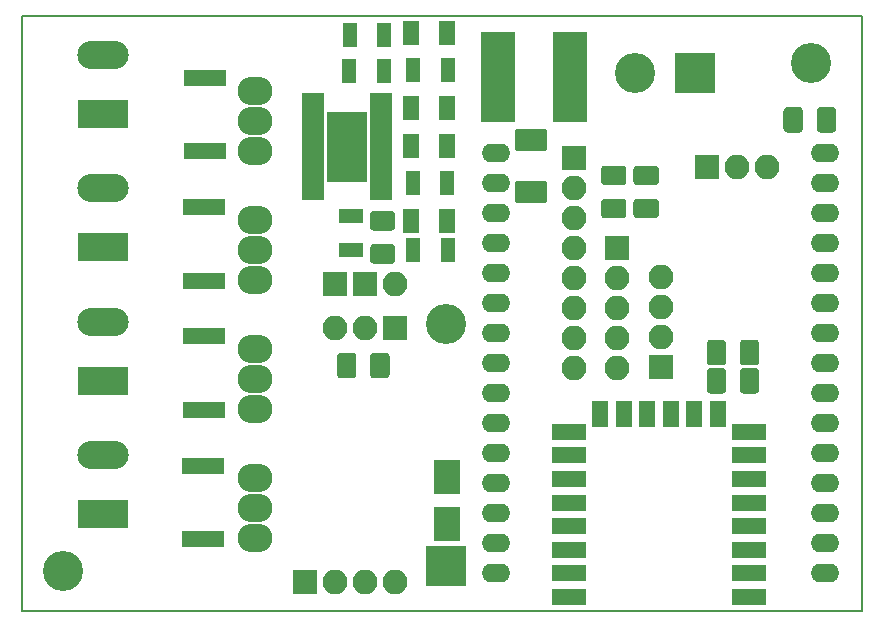
<source format=gbr>
%TF.GenerationSoftware,KiCad,Pcbnew,5.1.5-52549c5~84~ubuntu18.04.1*%
%TF.CreationDate,2020-07-26T00:26:10-03:00*%
%TF.ProjectId,Placa tesis,506c6163-6120-4746-9573-69732e6b6963,rev?*%
%TF.SameCoordinates,Original*%
%TF.FileFunction,Soldermask,Top*%
%TF.FilePolarity,Negative*%
%FSLAX46Y46*%
G04 Gerber Fmt 4.6, Leading zero omitted, Abs format (unit mm)*
G04 Created by KiCad (PCBNEW 5.1.5-52549c5~84~ubuntu18.04.1) date 2020-07-26 00:26:10*
%MOMM*%
%LPD*%
G04 APERTURE LIST*
%TA.AperFunction,Profile*%
%ADD10C,0.150000*%
%TD*%
%ADD11R,2.850000X7.590000*%
%ADD12R,2.100000X2.100000*%
%ADD13O,2.100000X2.100000*%
%ADD14C,0.100000*%
%ADD15R,4.360000X2.380000*%
%ADD16O,4.360000X2.380000*%
%ADD17C,3.400000*%
%ADD18O,2.940000X2.432000*%
%ADD19O,2.400000X1.600000*%
%ADD20R,2.900000X1.400000*%
%ADD21R,1.400000X2.200000*%
%ADD22R,3.397200X5.911800*%
%ADD23R,1.822400X0.755600*%
%ADD24R,1.400000X2.000000*%
%ADD25R,1.300000X2.100000*%
%ADD26R,3.600000X1.400000*%
%ADD27R,2.100000X1.300000*%
%ADD28R,3.400000X3.400000*%
%ADD29R,2.200000X2.900000*%
G04 APERTURE END LIST*
D10*
X82800000Y-91800000D02*
X153900000Y-91800000D01*
X153900000Y-41400000D02*
X153900000Y-91800000D01*
X82800000Y-41400000D02*
X82800000Y-91800000D01*
X82800000Y-41400000D02*
X153900000Y-41400000D01*
D11*
%TO.C,R12*%
X129200000Y-46600000D03*
X123100000Y-46600000D03*
%TD*%
D12*
%TO.C,J4*%
X114380000Y-67800000D03*
D13*
X111840000Y-67800000D03*
X109300000Y-67800000D03*
%TD*%
D14*
%TO.C,R26*%
G36*
X110827346Y-69926589D02*
G01*
X110859380Y-69931341D01*
X110890794Y-69939210D01*
X110921286Y-69950120D01*
X110950561Y-69963966D01*
X110978338Y-69980615D01*
X111004350Y-69999907D01*
X111028345Y-70021655D01*
X111050093Y-70045650D01*
X111069385Y-70071662D01*
X111086034Y-70099439D01*
X111099880Y-70128714D01*
X111110790Y-70159206D01*
X111118659Y-70190620D01*
X111123411Y-70222654D01*
X111125000Y-70255000D01*
X111125000Y-71745000D01*
X111123411Y-71777346D01*
X111118659Y-71809380D01*
X111110790Y-71840794D01*
X111099880Y-71871286D01*
X111086034Y-71900561D01*
X111069385Y-71928338D01*
X111050093Y-71954350D01*
X111028345Y-71978345D01*
X111004350Y-72000093D01*
X110978338Y-72019385D01*
X110950561Y-72036034D01*
X110921286Y-72049880D01*
X110890794Y-72060790D01*
X110859380Y-72068659D01*
X110827346Y-72073411D01*
X110795000Y-72075000D01*
X109805000Y-72075000D01*
X109772654Y-72073411D01*
X109740620Y-72068659D01*
X109709206Y-72060790D01*
X109678714Y-72049880D01*
X109649439Y-72036034D01*
X109621662Y-72019385D01*
X109595650Y-72000093D01*
X109571655Y-71978345D01*
X109549907Y-71954350D01*
X109530615Y-71928338D01*
X109513966Y-71900561D01*
X109500120Y-71871286D01*
X109489210Y-71840794D01*
X109481341Y-71809380D01*
X109476589Y-71777346D01*
X109475000Y-71745000D01*
X109475000Y-70255000D01*
X109476589Y-70222654D01*
X109481341Y-70190620D01*
X109489210Y-70159206D01*
X109500120Y-70128714D01*
X109513966Y-70099439D01*
X109530615Y-70071662D01*
X109549907Y-70045650D01*
X109571655Y-70021655D01*
X109595650Y-69999907D01*
X109621662Y-69980615D01*
X109649439Y-69963966D01*
X109678714Y-69950120D01*
X109709206Y-69939210D01*
X109740620Y-69931341D01*
X109772654Y-69926589D01*
X109805000Y-69925000D01*
X110795000Y-69925000D01*
X110827346Y-69926589D01*
G37*
G36*
X113627346Y-69926589D02*
G01*
X113659380Y-69931341D01*
X113690794Y-69939210D01*
X113721286Y-69950120D01*
X113750561Y-69963966D01*
X113778338Y-69980615D01*
X113804350Y-69999907D01*
X113828345Y-70021655D01*
X113850093Y-70045650D01*
X113869385Y-70071662D01*
X113886034Y-70099439D01*
X113899880Y-70128714D01*
X113910790Y-70159206D01*
X113918659Y-70190620D01*
X113923411Y-70222654D01*
X113925000Y-70255000D01*
X113925000Y-71745000D01*
X113923411Y-71777346D01*
X113918659Y-71809380D01*
X113910790Y-71840794D01*
X113899880Y-71871286D01*
X113886034Y-71900561D01*
X113869385Y-71928338D01*
X113850093Y-71954350D01*
X113828345Y-71978345D01*
X113804350Y-72000093D01*
X113778338Y-72019385D01*
X113750561Y-72036034D01*
X113721286Y-72049880D01*
X113690794Y-72060790D01*
X113659380Y-72068659D01*
X113627346Y-72073411D01*
X113595000Y-72075000D01*
X112605000Y-72075000D01*
X112572654Y-72073411D01*
X112540620Y-72068659D01*
X112509206Y-72060790D01*
X112478714Y-72049880D01*
X112449439Y-72036034D01*
X112421662Y-72019385D01*
X112395650Y-72000093D01*
X112371655Y-71978345D01*
X112349907Y-71954350D01*
X112330615Y-71928338D01*
X112313966Y-71900561D01*
X112300120Y-71871286D01*
X112289210Y-71840794D01*
X112281341Y-71809380D01*
X112276589Y-71777346D01*
X112275000Y-71745000D01*
X112275000Y-70255000D01*
X112276589Y-70222654D01*
X112281341Y-70190620D01*
X112289210Y-70159206D01*
X112300120Y-70128714D01*
X112313966Y-70099439D01*
X112330615Y-70071662D01*
X112349907Y-70045650D01*
X112371655Y-70021655D01*
X112395650Y-69999907D01*
X112421662Y-69980615D01*
X112449439Y-69963966D01*
X112478714Y-69950120D01*
X112509206Y-69939210D01*
X112540620Y-69931341D01*
X112572654Y-69926589D01*
X112605000Y-69925000D01*
X113595000Y-69925000D01*
X113627346Y-69926589D01*
G37*
%TD*%
D15*
%TO.C,D4*%
X89651000Y-49700000D03*
D16*
X89651000Y-44700000D03*
%TD*%
D17*
%TO.C,REF\002A\002A*%
X86300000Y-88400000D03*
%TD*%
D14*
%TO.C,R15*%
G36*
X148627346Y-49126589D02*
G01*
X148659380Y-49131341D01*
X148690794Y-49139210D01*
X148721286Y-49150120D01*
X148750561Y-49163966D01*
X148778338Y-49180615D01*
X148804350Y-49199907D01*
X148828345Y-49221655D01*
X148850093Y-49245650D01*
X148869385Y-49271662D01*
X148886034Y-49299439D01*
X148899880Y-49328714D01*
X148910790Y-49359206D01*
X148918659Y-49390620D01*
X148923411Y-49422654D01*
X148925000Y-49455000D01*
X148925000Y-50945000D01*
X148923411Y-50977346D01*
X148918659Y-51009380D01*
X148910790Y-51040794D01*
X148899880Y-51071286D01*
X148886034Y-51100561D01*
X148869385Y-51128338D01*
X148850093Y-51154350D01*
X148828345Y-51178345D01*
X148804350Y-51200093D01*
X148778338Y-51219385D01*
X148750561Y-51236034D01*
X148721286Y-51249880D01*
X148690794Y-51260790D01*
X148659380Y-51268659D01*
X148627346Y-51273411D01*
X148595000Y-51275000D01*
X147605000Y-51275000D01*
X147572654Y-51273411D01*
X147540620Y-51268659D01*
X147509206Y-51260790D01*
X147478714Y-51249880D01*
X147449439Y-51236034D01*
X147421662Y-51219385D01*
X147395650Y-51200093D01*
X147371655Y-51178345D01*
X147349907Y-51154350D01*
X147330615Y-51128338D01*
X147313966Y-51100561D01*
X147300120Y-51071286D01*
X147289210Y-51040794D01*
X147281341Y-51009380D01*
X147276589Y-50977346D01*
X147275000Y-50945000D01*
X147275000Y-49455000D01*
X147276589Y-49422654D01*
X147281341Y-49390620D01*
X147289210Y-49359206D01*
X147300120Y-49328714D01*
X147313966Y-49299439D01*
X147330615Y-49271662D01*
X147349907Y-49245650D01*
X147371655Y-49221655D01*
X147395650Y-49199907D01*
X147421662Y-49180615D01*
X147449439Y-49163966D01*
X147478714Y-49150120D01*
X147509206Y-49139210D01*
X147540620Y-49131341D01*
X147572654Y-49126589D01*
X147605000Y-49125000D01*
X148595000Y-49125000D01*
X148627346Y-49126589D01*
G37*
G36*
X151427346Y-49126589D02*
G01*
X151459380Y-49131341D01*
X151490794Y-49139210D01*
X151521286Y-49150120D01*
X151550561Y-49163966D01*
X151578338Y-49180615D01*
X151604350Y-49199907D01*
X151628345Y-49221655D01*
X151650093Y-49245650D01*
X151669385Y-49271662D01*
X151686034Y-49299439D01*
X151699880Y-49328714D01*
X151710790Y-49359206D01*
X151718659Y-49390620D01*
X151723411Y-49422654D01*
X151725000Y-49455000D01*
X151725000Y-50945000D01*
X151723411Y-50977346D01*
X151718659Y-51009380D01*
X151710790Y-51040794D01*
X151699880Y-51071286D01*
X151686034Y-51100561D01*
X151669385Y-51128338D01*
X151650093Y-51154350D01*
X151628345Y-51178345D01*
X151604350Y-51200093D01*
X151578338Y-51219385D01*
X151550561Y-51236034D01*
X151521286Y-51249880D01*
X151490794Y-51260790D01*
X151459380Y-51268659D01*
X151427346Y-51273411D01*
X151395000Y-51275000D01*
X150405000Y-51275000D01*
X150372654Y-51273411D01*
X150340620Y-51268659D01*
X150309206Y-51260790D01*
X150278714Y-51249880D01*
X150249439Y-51236034D01*
X150221662Y-51219385D01*
X150195650Y-51200093D01*
X150171655Y-51178345D01*
X150149907Y-51154350D01*
X150130615Y-51128338D01*
X150113966Y-51100561D01*
X150100120Y-51071286D01*
X150089210Y-51040794D01*
X150081341Y-51009380D01*
X150076589Y-50977346D01*
X150075000Y-50945000D01*
X150075000Y-49455000D01*
X150076589Y-49422654D01*
X150081341Y-49390620D01*
X150089210Y-49359206D01*
X150100120Y-49328714D01*
X150113966Y-49299439D01*
X150130615Y-49271662D01*
X150149907Y-49245650D01*
X150171655Y-49221655D01*
X150195650Y-49199907D01*
X150221662Y-49180615D01*
X150249439Y-49163966D01*
X150278714Y-49150120D01*
X150309206Y-49139210D01*
X150340620Y-49131341D01*
X150372654Y-49126589D01*
X150405000Y-49125000D01*
X151395000Y-49125000D01*
X151427346Y-49126589D01*
G37*
%TD*%
D12*
%TO.C,J13*%
X133200000Y-61020000D03*
D13*
X133200000Y-63560000D03*
X133200000Y-66100000D03*
X133200000Y-68640000D03*
X133200000Y-71180000D03*
%TD*%
D14*
%TO.C,U3*%
G36*
X125092153Y-55375843D02*
G01*
X125109141Y-55378363D01*
X125125800Y-55382535D01*
X125141970Y-55388321D01*
X125157494Y-55395664D01*
X125172225Y-55404493D01*
X125186019Y-55414723D01*
X125198744Y-55426256D01*
X125210277Y-55438981D01*
X125220507Y-55452775D01*
X125229336Y-55467506D01*
X125236679Y-55483030D01*
X125242465Y-55499200D01*
X125246637Y-55515859D01*
X125249157Y-55532847D01*
X125250000Y-55550000D01*
X125250000Y-57050000D01*
X125249157Y-57067153D01*
X125246637Y-57084141D01*
X125242465Y-57100800D01*
X125236679Y-57116970D01*
X125229336Y-57132494D01*
X125220507Y-57147225D01*
X125210277Y-57161019D01*
X125198744Y-57173744D01*
X125186019Y-57185277D01*
X125172225Y-57195507D01*
X125157494Y-57204336D01*
X125141970Y-57211679D01*
X125125800Y-57217465D01*
X125109141Y-57221637D01*
X125092153Y-57224157D01*
X125075000Y-57225000D01*
X124725000Y-57225000D01*
X124707847Y-57224157D01*
X124690859Y-57221637D01*
X124674200Y-57217465D01*
X124658030Y-57211679D01*
X124642506Y-57204336D01*
X124627775Y-57195507D01*
X124613981Y-57185277D01*
X124601256Y-57173744D01*
X124589723Y-57161019D01*
X124579493Y-57147225D01*
X124570664Y-57132494D01*
X124563321Y-57116970D01*
X124557535Y-57100800D01*
X124553363Y-57084141D01*
X124550843Y-57067153D01*
X124550000Y-57050000D01*
X124550000Y-55550000D01*
X124550843Y-55532847D01*
X124553363Y-55515859D01*
X124557535Y-55499200D01*
X124563321Y-55483030D01*
X124570664Y-55467506D01*
X124579493Y-55452775D01*
X124589723Y-55438981D01*
X124601256Y-55426256D01*
X124613981Y-55414723D01*
X124627775Y-55404493D01*
X124642506Y-55395664D01*
X124658030Y-55388321D01*
X124674200Y-55382535D01*
X124690859Y-55378363D01*
X124707847Y-55375843D01*
X124725000Y-55375000D01*
X125075000Y-55375000D01*
X125092153Y-55375843D01*
G37*
G36*
X125592153Y-55375843D02*
G01*
X125609141Y-55378363D01*
X125625800Y-55382535D01*
X125641970Y-55388321D01*
X125657494Y-55395664D01*
X125672225Y-55404493D01*
X125686019Y-55414723D01*
X125698744Y-55426256D01*
X125710277Y-55438981D01*
X125720507Y-55452775D01*
X125729336Y-55467506D01*
X125736679Y-55483030D01*
X125742465Y-55499200D01*
X125746637Y-55515859D01*
X125749157Y-55532847D01*
X125750000Y-55550000D01*
X125750000Y-57050000D01*
X125749157Y-57067153D01*
X125746637Y-57084141D01*
X125742465Y-57100800D01*
X125736679Y-57116970D01*
X125729336Y-57132494D01*
X125720507Y-57147225D01*
X125710277Y-57161019D01*
X125698744Y-57173744D01*
X125686019Y-57185277D01*
X125672225Y-57195507D01*
X125657494Y-57204336D01*
X125641970Y-57211679D01*
X125625800Y-57217465D01*
X125609141Y-57221637D01*
X125592153Y-57224157D01*
X125575000Y-57225000D01*
X125225000Y-57225000D01*
X125207847Y-57224157D01*
X125190859Y-57221637D01*
X125174200Y-57217465D01*
X125158030Y-57211679D01*
X125142506Y-57204336D01*
X125127775Y-57195507D01*
X125113981Y-57185277D01*
X125101256Y-57173744D01*
X125089723Y-57161019D01*
X125079493Y-57147225D01*
X125070664Y-57132494D01*
X125063321Y-57116970D01*
X125057535Y-57100800D01*
X125053363Y-57084141D01*
X125050843Y-57067153D01*
X125050000Y-57050000D01*
X125050000Y-55550000D01*
X125050843Y-55532847D01*
X125053363Y-55515859D01*
X125057535Y-55499200D01*
X125063321Y-55483030D01*
X125070664Y-55467506D01*
X125079493Y-55452775D01*
X125089723Y-55438981D01*
X125101256Y-55426256D01*
X125113981Y-55414723D01*
X125127775Y-55404493D01*
X125142506Y-55395664D01*
X125158030Y-55388321D01*
X125174200Y-55382535D01*
X125190859Y-55378363D01*
X125207847Y-55375843D01*
X125225000Y-55375000D01*
X125575000Y-55375000D01*
X125592153Y-55375843D01*
G37*
G36*
X126092153Y-55375843D02*
G01*
X126109141Y-55378363D01*
X126125800Y-55382535D01*
X126141970Y-55388321D01*
X126157494Y-55395664D01*
X126172225Y-55404493D01*
X126186019Y-55414723D01*
X126198744Y-55426256D01*
X126210277Y-55438981D01*
X126220507Y-55452775D01*
X126229336Y-55467506D01*
X126236679Y-55483030D01*
X126242465Y-55499200D01*
X126246637Y-55515859D01*
X126249157Y-55532847D01*
X126250000Y-55550000D01*
X126250000Y-57050000D01*
X126249157Y-57067153D01*
X126246637Y-57084141D01*
X126242465Y-57100800D01*
X126236679Y-57116970D01*
X126229336Y-57132494D01*
X126220507Y-57147225D01*
X126210277Y-57161019D01*
X126198744Y-57173744D01*
X126186019Y-57185277D01*
X126172225Y-57195507D01*
X126157494Y-57204336D01*
X126141970Y-57211679D01*
X126125800Y-57217465D01*
X126109141Y-57221637D01*
X126092153Y-57224157D01*
X126075000Y-57225000D01*
X125725000Y-57225000D01*
X125707847Y-57224157D01*
X125690859Y-57221637D01*
X125674200Y-57217465D01*
X125658030Y-57211679D01*
X125642506Y-57204336D01*
X125627775Y-57195507D01*
X125613981Y-57185277D01*
X125601256Y-57173744D01*
X125589723Y-57161019D01*
X125579493Y-57147225D01*
X125570664Y-57132494D01*
X125563321Y-57116970D01*
X125557535Y-57100800D01*
X125553363Y-57084141D01*
X125550843Y-57067153D01*
X125550000Y-57050000D01*
X125550000Y-55550000D01*
X125550843Y-55532847D01*
X125553363Y-55515859D01*
X125557535Y-55499200D01*
X125563321Y-55483030D01*
X125570664Y-55467506D01*
X125579493Y-55452775D01*
X125589723Y-55438981D01*
X125601256Y-55426256D01*
X125613981Y-55414723D01*
X125627775Y-55404493D01*
X125642506Y-55395664D01*
X125658030Y-55388321D01*
X125674200Y-55382535D01*
X125690859Y-55378363D01*
X125707847Y-55375843D01*
X125725000Y-55375000D01*
X126075000Y-55375000D01*
X126092153Y-55375843D01*
G37*
G36*
X126592153Y-55375843D02*
G01*
X126609141Y-55378363D01*
X126625800Y-55382535D01*
X126641970Y-55388321D01*
X126657494Y-55395664D01*
X126672225Y-55404493D01*
X126686019Y-55414723D01*
X126698744Y-55426256D01*
X126710277Y-55438981D01*
X126720507Y-55452775D01*
X126729336Y-55467506D01*
X126736679Y-55483030D01*
X126742465Y-55499200D01*
X126746637Y-55515859D01*
X126749157Y-55532847D01*
X126750000Y-55550000D01*
X126750000Y-57050000D01*
X126749157Y-57067153D01*
X126746637Y-57084141D01*
X126742465Y-57100800D01*
X126736679Y-57116970D01*
X126729336Y-57132494D01*
X126720507Y-57147225D01*
X126710277Y-57161019D01*
X126698744Y-57173744D01*
X126686019Y-57185277D01*
X126672225Y-57195507D01*
X126657494Y-57204336D01*
X126641970Y-57211679D01*
X126625800Y-57217465D01*
X126609141Y-57221637D01*
X126592153Y-57224157D01*
X126575000Y-57225000D01*
X126225000Y-57225000D01*
X126207847Y-57224157D01*
X126190859Y-57221637D01*
X126174200Y-57217465D01*
X126158030Y-57211679D01*
X126142506Y-57204336D01*
X126127775Y-57195507D01*
X126113981Y-57185277D01*
X126101256Y-57173744D01*
X126089723Y-57161019D01*
X126079493Y-57147225D01*
X126070664Y-57132494D01*
X126063321Y-57116970D01*
X126057535Y-57100800D01*
X126053363Y-57084141D01*
X126050843Y-57067153D01*
X126050000Y-57050000D01*
X126050000Y-55550000D01*
X126050843Y-55532847D01*
X126053363Y-55515859D01*
X126057535Y-55499200D01*
X126063321Y-55483030D01*
X126070664Y-55467506D01*
X126079493Y-55452775D01*
X126089723Y-55438981D01*
X126101256Y-55426256D01*
X126113981Y-55414723D01*
X126127775Y-55404493D01*
X126142506Y-55395664D01*
X126158030Y-55388321D01*
X126174200Y-55382535D01*
X126190859Y-55378363D01*
X126207847Y-55375843D01*
X126225000Y-55375000D01*
X126575000Y-55375000D01*
X126592153Y-55375843D01*
G37*
G36*
X127092153Y-55375843D02*
G01*
X127109141Y-55378363D01*
X127125800Y-55382535D01*
X127141970Y-55388321D01*
X127157494Y-55395664D01*
X127172225Y-55404493D01*
X127186019Y-55414723D01*
X127198744Y-55426256D01*
X127210277Y-55438981D01*
X127220507Y-55452775D01*
X127229336Y-55467506D01*
X127236679Y-55483030D01*
X127242465Y-55499200D01*
X127246637Y-55515859D01*
X127249157Y-55532847D01*
X127250000Y-55550000D01*
X127250000Y-57050000D01*
X127249157Y-57067153D01*
X127246637Y-57084141D01*
X127242465Y-57100800D01*
X127236679Y-57116970D01*
X127229336Y-57132494D01*
X127220507Y-57147225D01*
X127210277Y-57161019D01*
X127198744Y-57173744D01*
X127186019Y-57185277D01*
X127172225Y-57195507D01*
X127157494Y-57204336D01*
X127141970Y-57211679D01*
X127125800Y-57217465D01*
X127109141Y-57221637D01*
X127092153Y-57224157D01*
X127075000Y-57225000D01*
X126725000Y-57225000D01*
X126707847Y-57224157D01*
X126690859Y-57221637D01*
X126674200Y-57217465D01*
X126658030Y-57211679D01*
X126642506Y-57204336D01*
X126627775Y-57195507D01*
X126613981Y-57185277D01*
X126601256Y-57173744D01*
X126589723Y-57161019D01*
X126579493Y-57147225D01*
X126570664Y-57132494D01*
X126563321Y-57116970D01*
X126557535Y-57100800D01*
X126553363Y-57084141D01*
X126550843Y-57067153D01*
X126550000Y-57050000D01*
X126550000Y-55550000D01*
X126550843Y-55532847D01*
X126553363Y-55515859D01*
X126557535Y-55499200D01*
X126563321Y-55483030D01*
X126570664Y-55467506D01*
X126579493Y-55452775D01*
X126589723Y-55438981D01*
X126601256Y-55426256D01*
X126613981Y-55414723D01*
X126627775Y-55404493D01*
X126642506Y-55395664D01*
X126658030Y-55388321D01*
X126674200Y-55382535D01*
X126690859Y-55378363D01*
X126707847Y-55375843D01*
X126725000Y-55375000D01*
X127075000Y-55375000D01*
X127092153Y-55375843D01*
G37*
G36*
X127092153Y-50975843D02*
G01*
X127109141Y-50978363D01*
X127125800Y-50982535D01*
X127141970Y-50988321D01*
X127157494Y-50995664D01*
X127172225Y-51004493D01*
X127186019Y-51014723D01*
X127198744Y-51026256D01*
X127210277Y-51038981D01*
X127220507Y-51052775D01*
X127229336Y-51067506D01*
X127236679Y-51083030D01*
X127242465Y-51099200D01*
X127246637Y-51115859D01*
X127249157Y-51132847D01*
X127250000Y-51150000D01*
X127250000Y-52650000D01*
X127249157Y-52667153D01*
X127246637Y-52684141D01*
X127242465Y-52700800D01*
X127236679Y-52716970D01*
X127229336Y-52732494D01*
X127220507Y-52747225D01*
X127210277Y-52761019D01*
X127198744Y-52773744D01*
X127186019Y-52785277D01*
X127172225Y-52795507D01*
X127157494Y-52804336D01*
X127141970Y-52811679D01*
X127125800Y-52817465D01*
X127109141Y-52821637D01*
X127092153Y-52824157D01*
X127075000Y-52825000D01*
X126725000Y-52825000D01*
X126707847Y-52824157D01*
X126690859Y-52821637D01*
X126674200Y-52817465D01*
X126658030Y-52811679D01*
X126642506Y-52804336D01*
X126627775Y-52795507D01*
X126613981Y-52785277D01*
X126601256Y-52773744D01*
X126589723Y-52761019D01*
X126579493Y-52747225D01*
X126570664Y-52732494D01*
X126563321Y-52716970D01*
X126557535Y-52700800D01*
X126553363Y-52684141D01*
X126550843Y-52667153D01*
X126550000Y-52650000D01*
X126550000Y-51150000D01*
X126550843Y-51132847D01*
X126553363Y-51115859D01*
X126557535Y-51099200D01*
X126563321Y-51083030D01*
X126570664Y-51067506D01*
X126579493Y-51052775D01*
X126589723Y-51038981D01*
X126601256Y-51026256D01*
X126613981Y-51014723D01*
X126627775Y-51004493D01*
X126642506Y-50995664D01*
X126658030Y-50988321D01*
X126674200Y-50982535D01*
X126690859Y-50978363D01*
X126707847Y-50975843D01*
X126725000Y-50975000D01*
X127075000Y-50975000D01*
X127092153Y-50975843D01*
G37*
G36*
X126592153Y-50975843D02*
G01*
X126609141Y-50978363D01*
X126625800Y-50982535D01*
X126641970Y-50988321D01*
X126657494Y-50995664D01*
X126672225Y-51004493D01*
X126686019Y-51014723D01*
X126698744Y-51026256D01*
X126710277Y-51038981D01*
X126720507Y-51052775D01*
X126729336Y-51067506D01*
X126736679Y-51083030D01*
X126742465Y-51099200D01*
X126746637Y-51115859D01*
X126749157Y-51132847D01*
X126750000Y-51150000D01*
X126750000Y-52650000D01*
X126749157Y-52667153D01*
X126746637Y-52684141D01*
X126742465Y-52700800D01*
X126736679Y-52716970D01*
X126729336Y-52732494D01*
X126720507Y-52747225D01*
X126710277Y-52761019D01*
X126698744Y-52773744D01*
X126686019Y-52785277D01*
X126672225Y-52795507D01*
X126657494Y-52804336D01*
X126641970Y-52811679D01*
X126625800Y-52817465D01*
X126609141Y-52821637D01*
X126592153Y-52824157D01*
X126575000Y-52825000D01*
X126225000Y-52825000D01*
X126207847Y-52824157D01*
X126190859Y-52821637D01*
X126174200Y-52817465D01*
X126158030Y-52811679D01*
X126142506Y-52804336D01*
X126127775Y-52795507D01*
X126113981Y-52785277D01*
X126101256Y-52773744D01*
X126089723Y-52761019D01*
X126079493Y-52747225D01*
X126070664Y-52732494D01*
X126063321Y-52716970D01*
X126057535Y-52700800D01*
X126053363Y-52684141D01*
X126050843Y-52667153D01*
X126050000Y-52650000D01*
X126050000Y-51150000D01*
X126050843Y-51132847D01*
X126053363Y-51115859D01*
X126057535Y-51099200D01*
X126063321Y-51083030D01*
X126070664Y-51067506D01*
X126079493Y-51052775D01*
X126089723Y-51038981D01*
X126101256Y-51026256D01*
X126113981Y-51014723D01*
X126127775Y-51004493D01*
X126142506Y-50995664D01*
X126158030Y-50988321D01*
X126174200Y-50982535D01*
X126190859Y-50978363D01*
X126207847Y-50975843D01*
X126225000Y-50975000D01*
X126575000Y-50975000D01*
X126592153Y-50975843D01*
G37*
G36*
X126092153Y-50975843D02*
G01*
X126109141Y-50978363D01*
X126125800Y-50982535D01*
X126141970Y-50988321D01*
X126157494Y-50995664D01*
X126172225Y-51004493D01*
X126186019Y-51014723D01*
X126198744Y-51026256D01*
X126210277Y-51038981D01*
X126220507Y-51052775D01*
X126229336Y-51067506D01*
X126236679Y-51083030D01*
X126242465Y-51099200D01*
X126246637Y-51115859D01*
X126249157Y-51132847D01*
X126250000Y-51150000D01*
X126250000Y-52650000D01*
X126249157Y-52667153D01*
X126246637Y-52684141D01*
X126242465Y-52700800D01*
X126236679Y-52716970D01*
X126229336Y-52732494D01*
X126220507Y-52747225D01*
X126210277Y-52761019D01*
X126198744Y-52773744D01*
X126186019Y-52785277D01*
X126172225Y-52795507D01*
X126157494Y-52804336D01*
X126141970Y-52811679D01*
X126125800Y-52817465D01*
X126109141Y-52821637D01*
X126092153Y-52824157D01*
X126075000Y-52825000D01*
X125725000Y-52825000D01*
X125707847Y-52824157D01*
X125690859Y-52821637D01*
X125674200Y-52817465D01*
X125658030Y-52811679D01*
X125642506Y-52804336D01*
X125627775Y-52795507D01*
X125613981Y-52785277D01*
X125601256Y-52773744D01*
X125589723Y-52761019D01*
X125579493Y-52747225D01*
X125570664Y-52732494D01*
X125563321Y-52716970D01*
X125557535Y-52700800D01*
X125553363Y-52684141D01*
X125550843Y-52667153D01*
X125550000Y-52650000D01*
X125550000Y-51150000D01*
X125550843Y-51132847D01*
X125553363Y-51115859D01*
X125557535Y-51099200D01*
X125563321Y-51083030D01*
X125570664Y-51067506D01*
X125579493Y-51052775D01*
X125589723Y-51038981D01*
X125601256Y-51026256D01*
X125613981Y-51014723D01*
X125627775Y-51004493D01*
X125642506Y-50995664D01*
X125658030Y-50988321D01*
X125674200Y-50982535D01*
X125690859Y-50978363D01*
X125707847Y-50975843D01*
X125725000Y-50975000D01*
X126075000Y-50975000D01*
X126092153Y-50975843D01*
G37*
G36*
X125592153Y-50975843D02*
G01*
X125609141Y-50978363D01*
X125625800Y-50982535D01*
X125641970Y-50988321D01*
X125657494Y-50995664D01*
X125672225Y-51004493D01*
X125686019Y-51014723D01*
X125698744Y-51026256D01*
X125710277Y-51038981D01*
X125720507Y-51052775D01*
X125729336Y-51067506D01*
X125736679Y-51083030D01*
X125742465Y-51099200D01*
X125746637Y-51115859D01*
X125749157Y-51132847D01*
X125750000Y-51150000D01*
X125750000Y-52650000D01*
X125749157Y-52667153D01*
X125746637Y-52684141D01*
X125742465Y-52700800D01*
X125736679Y-52716970D01*
X125729336Y-52732494D01*
X125720507Y-52747225D01*
X125710277Y-52761019D01*
X125698744Y-52773744D01*
X125686019Y-52785277D01*
X125672225Y-52795507D01*
X125657494Y-52804336D01*
X125641970Y-52811679D01*
X125625800Y-52817465D01*
X125609141Y-52821637D01*
X125592153Y-52824157D01*
X125575000Y-52825000D01*
X125225000Y-52825000D01*
X125207847Y-52824157D01*
X125190859Y-52821637D01*
X125174200Y-52817465D01*
X125158030Y-52811679D01*
X125142506Y-52804336D01*
X125127775Y-52795507D01*
X125113981Y-52785277D01*
X125101256Y-52773744D01*
X125089723Y-52761019D01*
X125079493Y-52747225D01*
X125070664Y-52732494D01*
X125063321Y-52716970D01*
X125057535Y-52700800D01*
X125053363Y-52684141D01*
X125050843Y-52667153D01*
X125050000Y-52650000D01*
X125050000Y-51150000D01*
X125050843Y-51132847D01*
X125053363Y-51115859D01*
X125057535Y-51099200D01*
X125063321Y-51083030D01*
X125070664Y-51067506D01*
X125079493Y-51052775D01*
X125089723Y-51038981D01*
X125101256Y-51026256D01*
X125113981Y-51014723D01*
X125127775Y-51004493D01*
X125142506Y-50995664D01*
X125158030Y-50988321D01*
X125174200Y-50982535D01*
X125190859Y-50978363D01*
X125207847Y-50975843D01*
X125225000Y-50975000D01*
X125575000Y-50975000D01*
X125592153Y-50975843D01*
G37*
G36*
X125092153Y-50975843D02*
G01*
X125109141Y-50978363D01*
X125125800Y-50982535D01*
X125141970Y-50988321D01*
X125157494Y-50995664D01*
X125172225Y-51004493D01*
X125186019Y-51014723D01*
X125198744Y-51026256D01*
X125210277Y-51038981D01*
X125220507Y-51052775D01*
X125229336Y-51067506D01*
X125236679Y-51083030D01*
X125242465Y-51099200D01*
X125246637Y-51115859D01*
X125249157Y-51132847D01*
X125250000Y-51150000D01*
X125250000Y-52650000D01*
X125249157Y-52667153D01*
X125246637Y-52684141D01*
X125242465Y-52700800D01*
X125236679Y-52716970D01*
X125229336Y-52732494D01*
X125220507Y-52747225D01*
X125210277Y-52761019D01*
X125198744Y-52773744D01*
X125186019Y-52785277D01*
X125172225Y-52795507D01*
X125157494Y-52804336D01*
X125141970Y-52811679D01*
X125125800Y-52817465D01*
X125109141Y-52821637D01*
X125092153Y-52824157D01*
X125075000Y-52825000D01*
X124725000Y-52825000D01*
X124707847Y-52824157D01*
X124690859Y-52821637D01*
X124674200Y-52817465D01*
X124658030Y-52811679D01*
X124642506Y-52804336D01*
X124627775Y-52795507D01*
X124613981Y-52785277D01*
X124601256Y-52773744D01*
X124589723Y-52761019D01*
X124579493Y-52747225D01*
X124570664Y-52732494D01*
X124563321Y-52716970D01*
X124557535Y-52700800D01*
X124553363Y-52684141D01*
X124550843Y-52667153D01*
X124550000Y-52650000D01*
X124550000Y-51150000D01*
X124550843Y-51132847D01*
X124553363Y-51115859D01*
X124557535Y-51099200D01*
X124563321Y-51083030D01*
X124570664Y-51067506D01*
X124579493Y-51052775D01*
X124589723Y-51038981D01*
X124601256Y-51026256D01*
X124613981Y-51014723D01*
X124627775Y-51004493D01*
X124642506Y-50995664D01*
X124658030Y-50988321D01*
X124674200Y-50982535D01*
X124690859Y-50978363D01*
X124707847Y-50975843D01*
X124725000Y-50975000D01*
X125075000Y-50975000D01*
X125092153Y-50975843D01*
G37*
%TD*%
D12*
%TO.C,J14*%
X129500000Y-53400000D03*
D13*
X129500000Y-55940000D03*
X129500000Y-58480000D03*
X129500000Y-61020000D03*
X129500000Y-63560000D03*
X129500000Y-66100000D03*
X129500000Y-68640000D03*
X129500000Y-71180000D03*
%TD*%
D12*
%TO.C,J15*%
X136900000Y-71140000D03*
D13*
X136900000Y-68600000D03*
X136900000Y-66060000D03*
X136900000Y-63520000D03*
%TD*%
D18*
%TO.C,Q4*%
X102541500Y-50335500D03*
X102541500Y-52875500D03*
X102541500Y-47795500D03*
%TD*%
D19*
%TO.C,U2*%
X150811500Y-53040000D03*
X122911500Y-53040000D03*
X150811500Y-55580000D03*
X122911500Y-55580000D03*
X150811500Y-58120000D03*
X122911500Y-58120000D03*
X150811500Y-60660000D03*
X122911500Y-60660000D03*
X150811500Y-63200000D03*
X122911500Y-63200000D03*
X150811500Y-65740000D03*
X122911500Y-65740000D03*
X150811500Y-68280000D03*
X122911500Y-68280000D03*
X150811500Y-70820000D03*
X122911500Y-70820000D03*
X150811500Y-73360000D03*
X122911500Y-73360000D03*
X150811500Y-75900000D03*
X122911500Y-75900000D03*
X150811500Y-78440000D03*
X122911500Y-78440000D03*
X150811500Y-80980000D03*
X122911500Y-80980000D03*
X150811500Y-83520000D03*
X122911500Y-83520000D03*
X150811500Y-86060000D03*
X122911500Y-86060000D03*
X150811500Y-88600000D03*
X122911500Y-88600000D03*
%TD*%
D20*
%TO.C,U5*%
X129134500Y-90600000D03*
X129134500Y-88600000D03*
X129134500Y-86600000D03*
X129134500Y-84600000D03*
X129134500Y-82600000D03*
X129134500Y-80600000D03*
X129134500Y-78600000D03*
X129134500Y-76600000D03*
D21*
X131734500Y-75100000D03*
X133734500Y-75100000D03*
X135734500Y-75100000D03*
X137734500Y-75100000D03*
X139734500Y-75100000D03*
X141734500Y-75100000D03*
D20*
X144334500Y-76600000D03*
X144334500Y-78600000D03*
X144334500Y-80600000D03*
X144334500Y-82600000D03*
X144334500Y-84600000D03*
X144334500Y-86600000D03*
X144334500Y-88600000D03*
X144334500Y-90600000D03*
%TD*%
D13*
%TO.C,TH1*%
X114400000Y-64100000D03*
D12*
X111860000Y-64100000D03*
%TD*%
D13*
%TO.C,J1*%
X145865000Y-54218000D03*
X143325000Y-54218000D03*
D12*
X140785000Y-54218000D03*
%TD*%
D17*
%TO.C,REF\002A\002A*%
X149600000Y-45400000D03*
%TD*%
D12*
%TO.C,OutP*%
X109300000Y-64100000D03*
%TD*%
D16*
%TO.C,D1*%
X89651000Y-78600000D03*
D15*
X89651000Y-83600000D03*
%TD*%
D16*
%TO.C,D2*%
X89651000Y-67300000D03*
D15*
X89651000Y-72300000D03*
%TD*%
%TO.C,D3*%
X89651000Y-61000000D03*
D16*
X89651000Y-56000000D03*
%TD*%
D18*
%TO.C,Q1*%
X102541500Y-80561500D03*
X102541500Y-85641500D03*
X102541500Y-83101500D03*
%TD*%
D22*
%TO.C,U4*%
X110324500Y-52464500D03*
D23*
X107479700Y-56680900D03*
X107479700Y-56045900D03*
X107479700Y-55385500D03*
X107479700Y-54750500D03*
X107479700Y-54090100D03*
X107479700Y-53429700D03*
X107479700Y-52794700D03*
X107479700Y-52134300D03*
X107479700Y-51499300D03*
X107479700Y-50838900D03*
X107479700Y-50178500D03*
X107479700Y-49543500D03*
X107479700Y-48883100D03*
X107479700Y-48248100D03*
X113169300Y-48248100D03*
X113169300Y-48883100D03*
X113169300Y-49543500D03*
X113169300Y-50178500D03*
X113169300Y-50838900D03*
X113169300Y-51499300D03*
X113169300Y-52134300D03*
X113169300Y-52794700D03*
X113169300Y-53429700D03*
X113169300Y-54090100D03*
X113169300Y-54750500D03*
X113169300Y-55385500D03*
X113169300Y-56045900D03*
X113169300Y-56680900D03*
%TD*%
D24*
%TO.C,C1*%
X115779020Y-42834020D03*
X118779020Y-42834020D03*
%TD*%
%TO.C,C2*%
X118779020Y-49235020D03*
X115779020Y-49235020D03*
%TD*%
%TO.C,C3*%
X115779020Y-52383020D03*
X118779020Y-52383020D03*
%TD*%
%TO.C,C4*%
X118779020Y-58784020D03*
X115779020Y-58784020D03*
%TD*%
D18*
%TO.C,Q2*%
X102541500Y-72179500D03*
X102541500Y-74719500D03*
X102541500Y-69639500D03*
%TD*%
%TO.C,Q3*%
X102541500Y-58717500D03*
X102541500Y-63797500D03*
X102541500Y-61257500D03*
%TD*%
D25*
%TO.C,R1*%
X118850000Y-61250000D03*
X115950000Y-61250000D03*
%TD*%
%TO.C,R2*%
X118815720Y-55570920D03*
X115915720Y-55570920D03*
%TD*%
%TO.C,R7*%
X113415000Y-46051000D03*
X110515000Y-46051000D03*
%TD*%
%TO.C,R8*%
X115951280Y-46020520D03*
X118851280Y-46020520D03*
%TD*%
%TO.C,R9*%
X110589000Y-43003000D03*
X113489000Y-43003000D03*
%TD*%
D26*
%TO.C,R3*%
X98096500Y-85693500D03*
X98096500Y-79493500D03*
%TD*%
%TO.C,R4*%
X98213016Y-68539215D03*
X98213016Y-74739215D03*
%TD*%
%TO.C,R5*%
X98187615Y-63810079D03*
X98187615Y-57610079D03*
%TD*%
%TO.C,R6*%
X98303848Y-46663607D03*
X98303848Y-52863607D03*
%TD*%
D27*
%TO.C,R27*%
X110642000Y-58350000D03*
X110642000Y-61250000D03*
%TD*%
D17*
%TO.C,J3*%
X134720000Y-46200000D03*
D28*
X139800000Y-46200000D03*
%TD*%
D17*
%TO.C,BT1*%
X118700000Y-67510000D03*
D28*
X118700000Y-88000000D03*
%TD*%
D14*
%TO.C,C9*%
G36*
X133677346Y-56876589D02*
G01*
X133709380Y-56881341D01*
X133740794Y-56889210D01*
X133771286Y-56900120D01*
X133800561Y-56913966D01*
X133828338Y-56930615D01*
X133854350Y-56949907D01*
X133878345Y-56971655D01*
X133900093Y-56995650D01*
X133919385Y-57021662D01*
X133936034Y-57049439D01*
X133949880Y-57078714D01*
X133960790Y-57109206D01*
X133968659Y-57140620D01*
X133973411Y-57172654D01*
X133975000Y-57205000D01*
X133975000Y-58195000D01*
X133973411Y-58227346D01*
X133968659Y-58259380D01*
X133960790Y-58290794D01*
X133949880Y-58321286D01*
X133936034Y-58350561D01*
X133919385Y-58378338D01*
X133900093Y-58404350D01*
X133878345Y-58428345D01*
X133854350Y-58450093D01*
X133828338Y-58469385D01*
X133800561Y-58486034D01*
X133771286Y-58499880D01*
X133740794Y-58510790D01*
X133709380Y-58518659D01*
X133677346Y-58523411D01*
X133645000Y-58525000D01*
X132155000Y-58525000D01*
X132122654Y-58523411D01*
X132090620Y-58518659D01*
X132059206Y-58510790D01*
X132028714Y-58499880D01*
X131999439Y-58486034D01*
X131971662Y-58469385D01*
X131945650Y-58450093D01*
X131921655Y-58428345D01*
X131899907Y-58404350D01*
X131880615Y-58378338D01*
X131863966Y-58350561D01*
X131850120Y-58321286D01*
X131839210Y-58290794D01*
X131831341Y-58259380D01*
X131826589Y-58227346D01*
X131825000Y-58195000D01*
X131825000Y-57205000D01*
X131826589Y-57172654D01*
X131831341Y-57140620D01*
X131839210Y-57109206D01*
X131850120Y-57078714D01*
X131863966Y-57049439D01*
X131880615Y-57021662D01*
X131899907Y-56995650D01*
X131921655Y-56971655D01*
X131945650Y-56949907D01*
X131971662Y-56930615D01*
X131999439Y-56913966D01*
X132028714Y-56900120D01*
X132059206Y-56889210D01*
X132090620Y-56881341D01*
X132122654Y-56876589D01*
X132155000Y-56875000D01*
X133645000Y-56875000D01*
X133677346Y-56876589D01*
G37*
G36*
X133677346Y-54076589D02*
G01*
X133709380Y-54081341D01*
X133740794Y-54089210D01*
X133771286Y-54100120D01*
X133800561Y-54113966D01*
X133828338Y-54130615D01*
X133854350Y-54149907D01*
X133878345Y-54171655D01*
X133900093Y-54195650D01*
X133919385Y-54221662D01*
X133936034Y-54249439D01*
X133949880Y-54278714D01*
X133960790Y-54309206D01*
X133968659Y-54340620D01*
X133973411Y-54372654D01*
X133975000Y-54405000D01*
X133975000Y-55395000D01*
X133973411Y-55427346D01*
X133968659Y-55459380D01*
X133960790Y-55490794D01*
X133949880Y-55521286D01*
X133936034Y-55550561D01*
X133919385Y-55578338D01*
X133900093Y-55604350D01*
X133878345Y-55628345D01*
X133854350Y-55650093D01*
X133828338Y-55669385D01*
X133800561Y-55686034D01*
X133771286Y-55699880D01*
X133740794Y-55710790D01*
X133709380Y-55718659D01*
X133677346Y-55723411D01*
X133645000Y-55725000D01*
X132155000Y-55725000D01*
X132122654Y-55723411D01*
X132090620Y-55718659D01*
X132059206Y-55710790D01*
X132028714Y-55699880D01*
X131999439Y-55686034D01*
X131971662Y-55669385D01*
X131945650Y-55650093D01*
X131921655Y-55628345D01*
X131899907Y-55604350D01*
X131880615Y-55578338D01*
X131863966Y-55550561D01*
X131850120Y-55521286D01*
X131839210Y-55490794D01*
X131831341Y-55459380D01*
X131826589Y-55427346D01*
X131825000Y-55395000D01*
X131825000Y-54405000D01*
X131826589Y-54372654D01*
X131831341Y-54340620D01*
X131839210Y-54309206D01*
X131850120Y-54278714D01*
X131863966Y-54249439D01*
X131880615Y-54221662D01*
X131899907Y-54195650D01*
X131921655Y-54171655D01*
X131945650Y-54149907D01*
X131971662Y-54130615D01*
X131999439Y-54113966D01*
X132028714Y-54100120D01*
X132059206Y-54089210D01*
X132090620Y-54081341D01*
X132122654Y-54076589D01*
X132155000Y-54075000D01*
X133645000Y-54075000D01*
X133677346Y-54076589D01*
G37*
%TD*%
%TO.C,C10*%
G36*
X136427346Y-54076589D02*
G01*
X136459380Y-54081341D01*
X136490794Y-54089210D01*
X136521286Y-54100120D01*
X136550561Y-54113966D01*
X136578338Y-54130615D01*
X136604350Y-54149907D01*
X136628345Y-54171655D01*
X136650093Y-54195650D01*
X136669385Y-54221662D01*
X136686034Y-54249439D01*
X136699880Y-54278714D01*
X136710790Y-54309206D01*
X136718659Y-54340620D01*
X136723411Y-54372654D01*
X136725000Y-54405000D01*
X136725000Y-55395000D01*
X136723411Y-55427346D01*
X136718659Y-55459380D01*
X136710790Y-55490794D01*
X136699880Y-55521286D01*
X136686034Y-55550561D01*
X136669385Y-55578338D01*
X136650093Y-55604350D01*
X136628345Y-55628345D01*
X136604350Y-55650093D01*
X136578338Y-55669385D01*
X136550561Y-55686034D01*
X136521286Y-55699880D01*
X136490794Y-55710790D01*
X136459380Y-55718659D01*
X136427346Y-55723411D01*
X136395000Y-55725000D01*
X134905000Y-55725000D01*
X134872654Y-55723411D01*
X134840620Y-55718659D01*
X134809206Y-55710790D01*
X134778714Y-55699880D01*
X134749439Y-55686034D01*
X134721662Y-55669385D01*
X134695650Y-55650093D01*
X134671655Y-55628345D01*
X134649907Y-55604350D01*
X134630615Y-55578338D01*
X134613966Y-55550561D01*
X134600120Y-55521286D01*
X134589210Y-55490794D01*
X134581341Y-55459380D01*
X134576589Y-55427346D01*
X134575000Y-55395000D01*
X134575000Y-54405000D01*
X134576589Y-54372654D01*
X134581341Y-54340620D01*
X134589210Y-54309206D01*
X134600120Y-54278714D01*
X134613966Y-54249439D01*
X134630615Y-54221662D01*
X134649907Y-54195650D01*
X134671655Y-54171655D01*
X134695650Y-54149907D01*
X134721662Y-54130615D01*
X134749439Y-54113966D01*
X134778714Y-54100120D01*
X134809206Y-54089210D01*
X134840620Y-54081341D01*
X134872654Y-54076589D01*
X134905000Y-54075000D01*
X136395000Y-54075000D01*
X136427346Y-54076589D01*
G37*
G36*
X136427346Y-56876589D02*
G01*
X136459380Y-56881341D01*
X136490794Y-56889210D01*
X136521286Y-56900120D01*
X136550561Y-56913966D01*
X136578338Y-56930615D01*
X136604350Y-56949907D01*
X136628345Y-56971655D01*
X136650093Y-56995650D01*
X136669385Y-57021662D01*
X136686034Y-57049439D01*
X136699880Y-57078714D01*
X136710790Y-57109206D01*
X136718659Y-57140620D01*
X136723411Y-57172654D01*
X136725000Y-57205000D01*
X136725000Y-58195000D01*
X136723411Y-58227346D01*
X136718659Y-58259380D01*
X136710790Y-58290794D01*
X136699880Y-58321286D01*
X136686034Y-58350561D01*
X136669385Y-58378338D01*
X136650093Y-58404350D01*
X136628345Y-58428345D01*
X136604350Y-58450093D01*
X136578338Y-58469385D01*
X136550561Y-58486034D01*
X136521286Y-58499880D01*
X136490794Y-58510790D01*
X136459380Y-58518659D01*
X136427346Y-58523411D01*
X136395000Y-58525000D01*
X134905000Y-58525000D01*
X134872654Y-58523411D01*
X134840620Y-58518659D01*
X134809206Y-58510790D01*
X134778714Y-58499880D01*
X134749439Y-58486034D01*
X134721662Y-58469385D01*
X134695650Y-58450093D01*
X134671655Y-58428345D01*
X134649907Y-58404350D01*
X134630615Y-58378338D01*
X134613966Y-58350561D01*
X134600120Y-58321286D01*
X134589210Y-58290794D01*
X134581341Y-58259380D01*
X134576589Y-58227346D01*
X134575000Y-58195000D01*
X134575000Y-57205000D01*
X134576589Y-57172654D01*
X134581341Y-57140620D01*
X134589210Y-57109206D01*
X134600120Y-57078714D01*
X134613966Y-57049439D01*
X134630615Y-57021662D01*
X134649907Y-56995650D01*
X134671655Y-56971655D01*
X134695650Y-56949907D01*
X134721662Y-56930615D01*
X134749439Y-56913966D01*
X134778714Y-56900120D01*
X134809206Y-56889210D01*
X134840620Y-56881341D01*
X134872654Y-56876589D01*
X134905000Y-56875000D01*
X136395000Y-56875000D01*
X136427346Y-56876589D01*
G37*
%TD*%
D29*
%TO.C,D5*%
X118800000Y-84400000D03*
X118800000Y-80400000D03*
%TD*%
D14*
%TO.C,R10*%
G36*
X114127346Y-60726589D02*
G01*
X114159380Y-60731341D01*
X114190794Y-60739210D01*
X114221286Y-60750120D01*
X114250561Y-60763966D01*
X114278338Y-60780615D01*
X114304350Y-60799907D01*
X114328345Y-60821655D01*
X114350093Y-60845650D01*
X114369385Y-60871662D01*
X114386034Y-60899439D01*
X114399880Y-60928714D01*
X114410790Y-60959206D01*
X114418659Y-60990620D01*
X114423411Y-61022654D01*
X114425000Y-61055000D01*
X114425000Y-62045000D01*
X114423411Y-62077346D01*
X114418659Y-62109380D01*
X114410790Y-62140794D01*
X114399880Y-62171286D01*
X114386034Y-62200561D01*
X114369385Y-62228338D01*
X114350093Y-62254350D01*
X114328345Y-62278345D01*
X114304350Y-62300093D01*
X114278338Y-62319385D01*
X114250561Y-62336034D01*
X114221286Y-62349880D01*
X114190794Y-62360790D01*
X114159380Y-62368659D01*
X114127346Y-62373411D01*
X114095000Y-62375000D01*
X112605000Y-62375000D01*
X112572654Y-62373411D01*
X112540620Y-62368659D01*
X112509206Y-62360790D01*
X112478714Y-62349880D01*
X112449439Y-62336034D01*
X112421662Y-62319385D01*
X112395650Y-62300093D01*
X112371655Y-62278345D01*
X112349907Y-62254350D01*
X112330615Y-62228338D01*
X112313966Y-62200561D01*
X112300120Y-62171286D01*
X112289210Y-62140794D01*
X112281341Y-62109380D01*
X112276589Y-62077346D01*
X112275000Y-62045000D01*
X112275000Y-61055000D01*
X112276589Y-61022654D01*
X112281341Y-60990620D01*
X112289210Y-60959206D01*
X112300120Y-60928714D01*
X112313966Y-60899439D01*
X112330615Y-60871662D01*
X112349907Y-60845650D01*
X112371655Y-60821655D01*
X112395650Y-60799907D01*
X112421662Y-60780615D01*
X112449439Y-60763966D01*
X112478714Y-60750120D01*
X112509206Y-60739210D01*
X112540620Y-60731341D01*
X112572654Y-60726589D01*
X112605000Y-60725000D01*
X114095000Y-60725000D01*
X114127346Y-60726589D01*
G37*
G36*
X114127346Y-57926589D02*
G01*
X114159380Y-57931341D01*
X114190794Y-57939210D01*
X114221286Y-57950120D01*
X114250561Y-57963966D01*
X114278338Y-57980615D01*
X114304350Y-57999907D01*
X114328345Y-58021655D01*
X114350093Y-58045650D01*
X114369385Y-58071662D01*
X114386034Y-58099439D01*
X114399880Y-58128714D01*
X114410790Y-58159206D01*
X114418659Y-58190620D01*
X114423411Y-58222654D01*
X114425000Y-58255000D01*
X114425000Y-59245000D01*
X114423411Y-59277346D01*
X114418659Y-59309380D01*
X114410790Y-59340794D01*
X114399880Y-59371286D01*
X114386034Y-59400561D01*
X114369385Y-59428338D01*
X114350093Y-59454350D01*
X114328345Y-59478345D01*
X114304350Y-59500093D01*
X114278338Y-59519385D01*
X114250561Y-59536034D01*
X114221286Y-59549880D01*
X114190794Y-59560790D01*
X114159380Y-59568659D01*
X114127346Y-59573411D01*
X114095000Y-59575000D01*
X112605000Y-59575000D01*
X112572654Y-59573411D01*
X112540620Y-59568659D01*
X112509206Y-59560790D01*
X112478714Y-59549880D01*
X112449439Y-59536034D01*
X112421662Y-59519385D01*
X112395650Y-59500093D01*
X112371655Y-59478345D01*
X112349907Y-59454350D01*
X112330615Y-59428338D01*
X112313966Y-59400561D01*
X112300120Y-59371286D01*
X112289210Y-59340794D01*
X112281341Y-59309380D01*
X112276589Y-59277346D01*
X112275000Y-59245000D01*
X112275000Y-58255000D01*
X112276589Y-58222654D01*
X112281341Y-58190620D01*
X112289210Y-58159206D01*
X112300120Y-58128714D01*
X112313966Y-58099439D01*
X112330615Y-58071662D01*
X112349907Y-58045650D01*
X112371655Y-58021655D01*
X112395650Y-57999907D01*
X112421662Y-57980615D01*
X112449439Y-57963966D01*
X112478714Y-57950120D01*
X112509206Y-57939210D01*
X112540620Y-57931341D01*
X112572654Y-57926589D01*
X112605000Y-57925000D01*
X114095000Y-57925000D01*
X114127346Y-57926589D01*
G37*
%TD*%
%TO.C,R13*%
G36*
X144927346Y-68826589D02*
G01*
X144959380Y-68831341D01*
X144990794Y-68839210D01*
X145021286Y-68850120D01*
X145050561Y-68863966D01*
X145078338Y-68880615D01*
X145104350Y-68899907D01*
X145128345Y-68921655D01*
X145150093Y-68945650D01*
X145169385Y-68971662D01*
X145186034Y-68999439D01*
X145199880Y-69028714D01*
X145210790Y-69059206D01*
X145218659Y-69090620D01*
X145223411Y-69122654D01*
X145225000Y-69155000D01*
X145225000Y-70645000D01*
X145223411Y-70677346D01*
X145218659Y-70709380D01*
X145210790Y-70740794D01*
X145199880Y-70771286D01*
X145186034Y-70800561D01*
X145169385Y-70828338D01*
X145150093Y-70854350D01*
X145128345Y-70878345D01*
X145104350Y-70900093D01*
X145078338Y-70919385D01*
X145050561Y-70936034D01*
X145021286Y-70949880D01*
X144990794Y-70960790D01*
X144959380Y-70968659D01*
X144927346Y-70973411D01*
X144895000Y-70975000D01*
X143905000Y-70975000D01*
X143872654Y-70973411D01*
X143840620Y-70968659D01*
X143809206Y-70960790D01*
X143778714Y-70949880D01*
X143749439Y-70936034D01*
X143721662Y-70919385D01*
X143695650Y-70900093D01*
X143671655Y-70878345D01*
X143649907Y-70854350D01*
X143630615Y-70828338D01*
X143613966Y-70800561D01*
X143600120Y-70771286D01*
X143589210Y-70740794D01*
X143581341Y-70709380D01*
X143576589Y-70677346D01*
X143575000Y-70645000D01*
X143575000Y-69155000D01*
X143576589Y-69122654D01*
X143581341Y-69090620D01*
X143589210Y-69059206D01*
X143600120Y-69028714D01*
X143613966Y-68999439D01*
X143630615Y-68971662D01*
X143649907Y-68945650D01*
X143671655Y-68921655D01*
X143695650Y-68899907D01*
X143721662Y-68880615D01*
X143749439Y-68863966D01*
X143778714Y-68850120D01*
X143809206Y-68839210D01*
X143840620Y-68831341D01*
X143872654Y-68826589D01*
X143905000Y-68825000D01*
X144895000Y-68825000D01*
X144927346Y-68826589D01*
G37*
G36*
X142127346Y-68826589D02*
G01*
X142159380Y-68831341D01*
X142190794Y-68839210D01*
X142221286Y-68850120D01*
X142250561Y-68863966D01*
X142278338Y-68880615D01*
X142304350Y-68899907D01*
X142328345Y-68921655D01*
X142350093Y-68945650D01*
X142369385Y-68971662D01*
X142386034Y-68999439D01*
X142399880Y-69028714D01*
X142410790Y-69059206D01*
X142418659Y-69090620D01*
X142423411Y-69122654D01*
X142425000Y-69155000D01*
X142425000Y-70645000D01*
X142423411Y-70677346D01*
X142418659Y-70709380D01*
X142410790Y-70740794D01*
X142399880Y-70771286D01*
X142386034Y-70800561D01*
X142369385Y-70828338D01*
X142350093Y-70854350D01*
X142328345Y-70878345D01*
X142304350Y-70900093D01*
X142278338Y-70919385D01*
X142250561Y-70936034D01*
X142221286Y-70949880D01*
X142190794Y-70960790D01*
X142159380Y-70968659D01*
X142127346Y-70973411D01*
X142095000Y-70975000D01*
X141105000Y-70975000D01*
X141072654Y-70973411D01*
X141040620Y-70968659D01*
X141009206Y-70960790D01*
X140978714Y-70949880D01*
X140949439Y-70936034D01*
X140921662Y-70919385D01*
X140895650Y-70900093D01*
X140871655Y-70878345D01*
X140849907Y-70854350D01*
X140830615Y-70828338D01*
X140813966Y-70800561D01*
X140800120Y-70771286D01*
X140789210Y-70740794D01*
X140781341Y-70709380D01*
X140776589Y-70677346D01*
X140775000Y-70645000D01*
X140775000Y-69155000D01*
X140776589Y-69122654D01*
X140781341Y-69090620D01*
X140789210Y-69059206D01*
X140800120Y-69028714D01*
X140813966Y-68999439D01*
X140830615Y-68971662D01*
X140849907Y-68945650D01*
X140871655Y-68921655D01*
X140895650Y-68899907D01*
X140921662Y-68880615D01*
X140949439Y-68863966D01*
X140978714Y-68850120D01*
X141009206Y-68839210D01*
X141040620Y-68831341D01*
X141072654Y-68826589D01*
X141105000Y-68825000D01*
X142095000Y-68825000D01*
X142127346Y-68826589D01*
G37*
%TD*%
%TO.C,R14*%
G36*
X142127346Y-71226589D02*
G01*
X142159380Y-71231341D01*
X142190794Y-71239210D01*
X142221286Y-71250120D01*
X142250561Y-71263966D01*
X142278338Y-71280615D01*
X142304350Y-71299907D01*
X142328345Y-71321655D01*
X142350093Y-71345650D01*
X142369385Y-71371662D01*
X142386034Y-71399439D01*
X142399880Y-71428714D01*
X142410790Y-71459206D01*
X142418659Y-71490620D01*
X142423411Y-71522654D01*
X142425000Y-71555000D01*
X142425000Y-73045000D01*
X142423411Y-73077346D01*
X142418659Y-73109380D01*
X142410790Y-73140794D01*
X142399880Y-73171286D01*
X142386034Y-73200561D01*
X142369385Y-73228338D01*
X142350093Y-73254350D01*
X142328345Y-73278345D01*
X142304350Y-73300093D01*
X142278338Y-73319385D01*
X142250561Y-73336034D01*
X142221286Y-73349880D01*
X142190794Y-73360790D01*
X142159380Y-73368659D01*
X142127346Y-73373411D01*
X142095000Y-73375000D01*
X141105000Y-73375000D01*
X141072654Y-73373411D01*
X141040620Y-73368659D01*
X141009206Y-73360790D01*
X140978714Y-73349880D01*
X140949439Y-73336034D01*
X140921662Y-73319385D01*
X140895650Y-73300093D01*
X140871655Y-73278345D01*
X140849907Y-73254350D01*
X140830615Y-73228338D01*
X140813966Y-73200561D01*
X140800120Y-73171286D01*
X140789210Y-73140794D01*
X140781341Y-73109380D01*
X140776589Y-73077346D01*
X140775000Y-73045000D01*
X140775000Y-71555000D01*
X140776589Y-71522654D01*
X140781341Y-71490620D01*
X140789210Y-71459206D01*
X140800120Y-71428714D01*
X140813966Y-71399439D01*
X140830615Y-71371662D01*
X140849907Y-71345650D01*
X140871655Y-71321655D01*
X140895650Y-71299907D01*
X140921662Y-71280615D01*
X140949439Y-71263966D01*
X140978714Y-71250120D01*
X141009206Y-71239210D01*
X141040620Y-71231341D01*
X141072654Y-71226589D01*
X141105000Y-71225000D01*
X142095000Y-71225000D01*
X142127346Y-71226589D01*
G37*
G36*
X144927346Y-71226589D02*
G01*
X144959380Y-71231341D01*
X144990794Y-71239210D01*
X145021286Y-71250120D01*
X145050561Y-71263966D01*
X145078338Y-71280615D01*
X145104350Y-71299907D01*
X145128345Y-71321655D01*
X145150093Y-71345650D01*
X145169385Y-71371662D01*
X145186034Y-71399439D01*
X145199880Y-71428714D01*
X145210790Y-71459206D01*
X145218659Y-71490620D01*
X145223411Y-71522654D01*
X145225000Y-71555000D01*
X145225000Y-73045000D01*
X145223411Y-73077346D01*
X145218659Y-73109380D01*
X145210790Y-73140794D01*
X145199880Y-73171286D01*
X145186034Y-73200561D01*
X145169385Y-73228338D01*
X145150093Y-73254350D01*
X145128345Y-73278345D01*
X145104350Y-73300093D01*
X145078338Y-73319385D01*
X145050561Y-73336034D01*
X145021286Y-73349880D01*
X144990794Y-73360790D01*
X144959380Y-73368659D01*
X144927346Y-73373411D01*
X144895000Y-73375000D01*
X143905000Y-73375000D01*
X143872654Y-73373411D01*
X143840620Y-73368659D01*
X143809206Y-73360790D01*
X143778714Y-73349880D01*
X143749439Y-73336034D01*
X143721662Y-73319385D01*
X143695650Y-73300093D01*
X143671655Y-73278345D01*
X143649907Y-73254350D01*
X143630615Y-73228338D01*
X143613966Y-73200561D01*
X143600120Y-73171286D01*
X143589210Y-73140794D01*
X143581341Y-73109380D01*
X143576589Y-73077346D01*
X143575000Y-73045000D01*
X143575000Y-71555000D01*
X143576589Y-71522654D01*
X143581341Y-71490620D01*
X143589210Y-71459206D01*
X143600120Y-71428714D01*
X143613966Y-71399439D01*
X143630615Y-71371662D01*
X143649907Y-71345650D01*
X143671655Y-71321655D01*
X143695650Y-71299907D01*
X143721662Y-71280615D01*
X143749439Y-71263966D01*
X143778714Y-71250120D01*
X143809206Y-71239210D01*
X143840620Y-71231341D01*
X143872654Y-71226589D01*
X143905000Y-71225000D01*
X144895000Y-71225000D01*
X144927346Y-71226589D01*
G37*
%TD*%
D12*
%TO.C,J5*%
X106800000Y-89300000D03*
D13*
X109340000Y-89300000D03*
X111880000Y-89300000D03*
X114420000Y-89300000D03*
%TD*%
M02*

</source>
